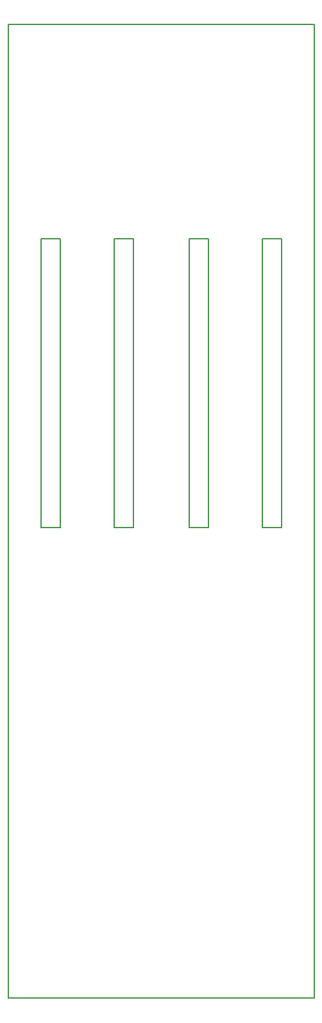
<source format=gko>
G04 DipTrace 3.2.0.1*
G04 twiigs_panel.GKO*
%MOIN*%
G04 #@! TF.FileFunction,Profile*
G04 #@! TF.Part,Single*
%ADD11C,0.005512*%
%FSLAX26Y26*%
G04*
G70*
G90*
G75*
G01*
G04 BoardOutline*
%LPD*%
X394000Y5449948D2*
D11*
Y394000D1*
X1984000D1*
Y5449948D1*
X394000D1*
X1714142Y4337634D2*
X1814131D1*
Y2837791D1*
X1714142D1*
Y4337634D1*
X1333059Y4337709D2*
X1433049D1*
Y2837866D1*
X1333059D1*
Y4337709D1*
X945348Y4337714D2*
X1045337D1*
Y2837871D1*
X945348D1*
Y4337714D1*
X564478Y4337428D2*
X664467D1*
Y2837585D1*
X564478D1*
Y4337428D1*
M02*

</source>
